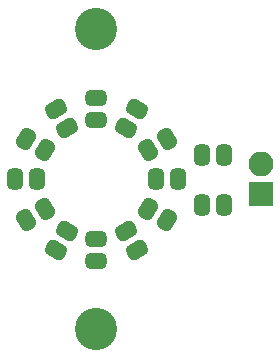
<source format=gbr>
G04 #@! TF.GenerationSoftware,KiCad,Pcbnew,6.0.8-f2edbf62ab~116~ubuntu22.04.1*
G04 #@! TF.CreationDate,2023-01-10T16:41:05-08:00*
G04 #@! TF.ProjectId,led_ring,6c65645f-7269-46e6-972e-6b696361645f,rev?*
G04 #@! TF.SameCoordinates,Original*
G04 #@! TF.FileFunction,Soldermask,Top*
G04 #@! TF.FilePolarity,Negative*
%FSLAX46Y46*%
G04 Gerber Fmt 4.6, Leading zero omitted, Abs format (unit mm)*
G04 Created by KiCad (PCBNEW 6.0.8-f2edbf62ab~116~ubuntu22.04.1) date 2023-01-10 16:41:05*
%MOMM*%
%LPD*%
G01*
G04 APERTURE LIST*
G04 Aperture macros list*
%AMRoundRect*
0 Rectangle with rounded corners*
0 $1 Rounding radius*
0 $2 $3 $4 $5 $6 $7 $8 $9 X,Y pos of 4 corners*
0 Add a 4 corners polygon primitive as box body*
4,1,4,$2,$3,$4,$5,$6,$7,$8,$9,$2,$3,0*
0 Add four circle primitives for the rounded corners*
1,1,$1+$1,$2,$3*
1,1,$1+$1,$4,$5*
1,1,$1+$1,$6,$7*
1,1,$1+$1,$8,$9*
0 Add four rect primitives between the rounded corners*
20,1,$1+$1,$2,$3,$4,$5,0*
20,1,$1+$1,$4,$5,$6,$7,0*
20,1,$1+$1,$6,$7,$8,$9,0*
20,1,$1+$1,$8,$9,$2,$3,0*%
G04 Aperture macros list end*
%ADD10RoundRect,0.200000X0.850000X0.850000X-0.850000X0.850000X-0.850000X-0.850000X0.850000X-0.850000X0*%
%ADD11O,2.100000X2.100000*%
%ADD12C,3.575000*%
%ADD13RoundRect,0.443750X0.243750X0.456250X-0.243750X0.456250X-0.243750X-0.456250X0.243750X-0.456250X0*%
%ADD14RoundRect,0.443750X-0.243750X-0.456250X0.243750X-0.456250X0.243750X0.456250X-0.243750X0.456250X0*%
%ADD15RoundRect,0.443750X0.017031X-0.516999X0.439219X-0.273249X-0.017031X0.516999X-0.439219X0.273249X0*%
%ADD16RoundRect,0.443750X0.273249X-0.439219X0.516999X-0.017031X-0.273249X0.439219X-0.516999X0.017031X0*%
%ADD17RoundRect,0.443750X0.456250X-0.243750X0.456250X0.243750X-0.456250X0.243750X-0.456250X-0.243750X0*%
%ADD18RoundRect,0.443750X0.516999X0.017031X0.273249X0.439219X-0.516999X-0.017031X-0.273249X-0.439219X0*%
%ADD19RoundRect,0.443750X0.439219X0.273249X0.017031X0.516999X-0.439219X-0.273249X-0.017031X-0.516999X0*%
%ADD20RoundRect,0.443750X-0.017031X0.516999X-0.439219X0.273249X0.017031X-0.516999X0.439219X-0.273249X0*%
%ADD21RoundRect,0.443750X-0.273249X0.439219X-0.516999X0.017031X0.273249X-0.439219X0.516999X-0.017031X0*%
%ADD22RoundRect,0.443750X-0.456250X0.243750X-0.456250X-0.243750X0.456250X-0.243750X0.456250X0.243750X0*%
%ADD23RoundRect,0.443750X-0.516999X-0.017031X-0.273249X-0.439219X0.516999X0.017031X0.273249X0.439219X0*%
%ADD24RoundRect,0.443750X-0.439219X-0.273249X-0.017031X-0.516999X0.439219X0.273249X0.017031X0.516999X0*%
G04 APERTURE END LIST*
D10*
X64770000Y-52070000D03*
D11*
X64770000Y-49530000D03*
D12*
X50800000Y-38100000D03*
X50800000Y-63500000D03*
D13*
X61643500Y-52959000D03*
X59768500Y-52959000D03*
X59768500Y-48768000D03*
X61643500Y-48768000D03*
D14*
X55831500Y-50800000D03*
X57706500Y-50800000D03*
D15*
X56781199Y-47346750D03*
X55157401Y-48284250D03*
D16*
X53315750Y-46442599D03*
X54253250Y-44818801D03*
D17*
X50800000Y-43893500D03*
X50800000Y-45768500D03*
D18*
X48284250Y-46442599D03*
X47346750Y-44818801D03*
D19*
X44818801Y-47346750D03*
X46442599Y-48284250D03*
D13*
X45768500Y-50800000D03*
X43893500Y-50800000D03*
D20*
X44818801Y-54253250D03*
X46442599Y-53315750D03*
D21*
X48284250Y-55157401D03*
X47346750Y-56781199D03*
D22*
X50800000Y-57706500D03*
X50800000Y-55831500D03*
D23*
X53315750Y-55157401D03*
X54253250Y-56781199D03*
D24*
X56781199Y-54253250D03*
X55157401Y-53315750D03*
M02*

</source>
